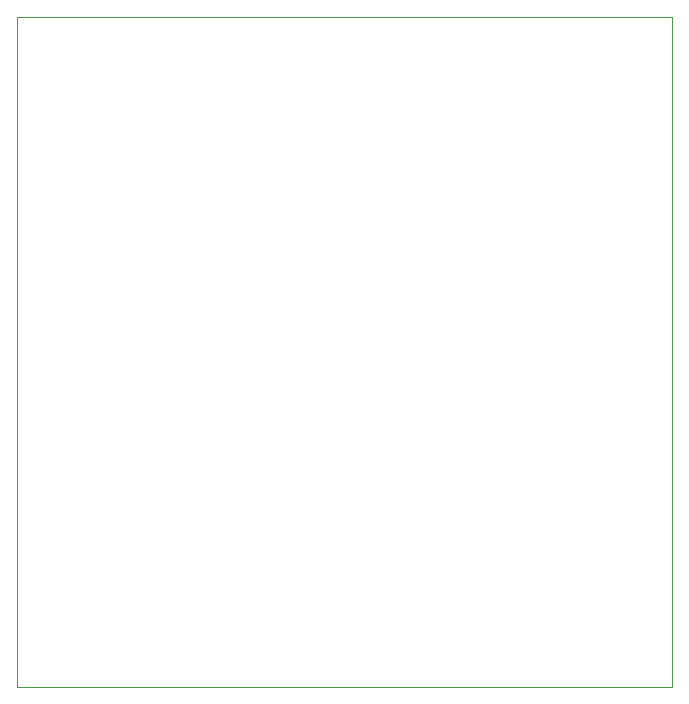
<source format=gbr>
%TF.GenerationSoftware,KiCad,Pcbnew,8.0.2*%
%TF.CreationDate,2026-02-07T14:26:08+01:00*%
%TF.ProjectId,konstantynopolitanczykowianeczka_zamieszkujaca_konstantynopol,6b6f6e73-7461-46e7-9479-6e6f706f6c69,1*%
%TF.SameCoordinates,Original*%
%TF.FileFunction,Profile,NP*%
%FSLAX46Y46*%
G04 Gerber Fmt 4.6, Leading zero omitted, Abs format (unit mm)*
G04 Created by KiCad (PCBNEW 8.0.2) date 2026-02-07 14:26:08*
%MOMM*%
%LPD*%
G01*
G04 APERTURE LIST*
%TA.AperFunction,Profile*%
%ADD10C,0.050000*%
%TD*%
G04 APERTURE END LIST*
D10*
X72134968Y-43750000D02*
X127634968Y-43750000D01*
X127634968Y-100500000D01*
X72134968Y-100500000D01*
X72134968Y-43750000D01*
M02*

</source>
